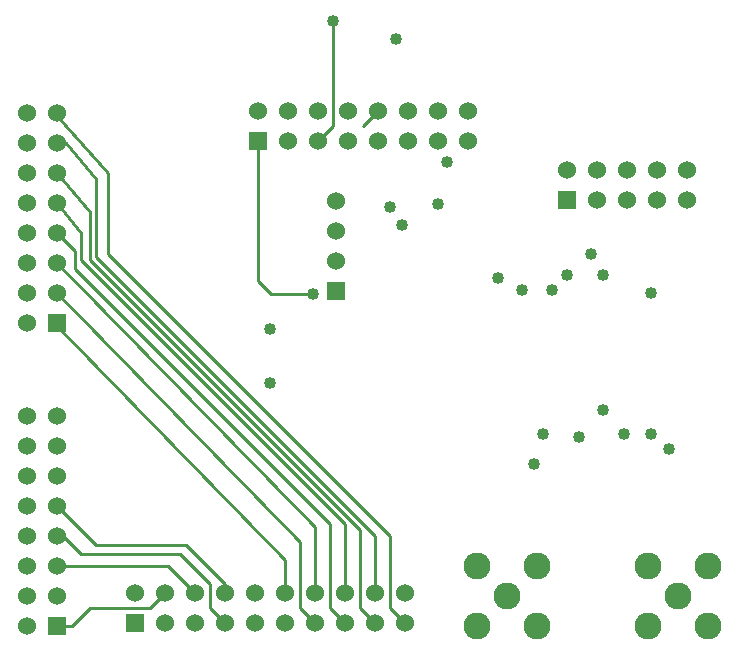
<source format=gbr>
G04 start of page 5 for group 3 idx 2
G04 Title: TX Daughterboard, Vcc-sldr *
G04 Creator: pcb 20070208 *
G04 CreationDate: Mon Dec 24 21:52:14 2007 UTC *
G04 For: matt *
G04 Format: Gerber/RS-274X *
G04 PCB-Dimensions: 275000 250000 *
G04 PCB-Coordinate-Origin: lower left *
%MOIN*%
%FSLAX24Y24*%
%LNGROUP3*%
%ADD11C,0.0100*%
%ADD13C,0.0600*%
%ADD14R,0.0600X0.0600*%
%ADD15C,0.0900*%
%ADD16C,0.0400*%
%ADD18C,0.0560*%
%ADD19C,0.1280*%
%ADD20C,0.0200*%
G54D11*X12600Y18350D02*X12100Y17850D01*
X10600Y17350D02*X11100Y17850D01*
X8600Y17350D02*Y15150D01*
X11100Y17850D02*Y21350D01*
X8600Y15550D02*Y12700D01*
X1900Y14300D02*X2500Y13700D01*
X2700Y14300D02*X1900Y15300D01*
X3000Y13400D02*Y15000D01*
X3200Y13500D02*Y16100D01*
X2500Y13700D02*Y13100D01*
X2700Y13400D02*Y14300D01*
X3000Y15000D02*X1900Y16300D01*
X3200Y16100D02*X2200Y17300D01*
X1900Y17100D01*
X3600Y13600D02*Y16300D01*
X1900Y18200D01*
Y18100D01*
X5500Y2300D02*X5000Y1800D01*
X3000D01*
X2400Y1200D01*
X1900D01*
X5600Y3200D02*X1900D01*
X6000Y3600D02*X2700D01*
X6200Y3900D02*X3200D01*
X1900Y5200D01*
X2700Y3600D02*X2100Y4200D01*
X1900D01*
X6500Y2300D02*X5600Y3200D01*
X7000Y2600D02*X6000Y3600D01*
X7500Y2600D02*X6200Y3900D01*
X9500Y2300D02*Y3400D01*
X7500Y1300D02*X7000Y1800D01*
Y2600D01*
X7500Y2300D02*Y2600D01*
X10500Y1300D02*X10000Y1800D01*
Y4000D01*
X10500Y2300D02*Y4500D01*
X11500Y1300D02*X11000Y1800D01*
Y4600D01*
X11500Y2300D02*Y4600D01*
X12500Y1300D02*X12000Y1800D01*
Y4400D01*
X12500Y2300D02*Y4200D01*
X13500Y1300D02*X13000Y1800D01*
Y4200D01*
X9500Y3400D02*X1800Y11300D01*
X10000Y4000D02*X1900Y12300D01*
X10500Y4500D02*X1900Y13300D01*
X11500Y4600D02*X2700Y13400D01*
X12000Y4400D02*X3000Y13400D01*
X12500Y4200D02*X3200Y13500D01*
X11000Y4600D02*X2500Y13100D01*
X13000Y4200D02*X3600Y13600D01*
X8600Y12700D02*X9050Y12250D01*
X10450D01*
G54D13*X1900Y3200D03*
X900D03*
X1900Y4200D03*
X900D03*
G54D14*X1900Y1200D03*
G54D13*X900D03*
X1900Y2200D03*
X900D03*
X1900Y5200D03*
X900D03*
Y6200D03*
Y7200D03*
Y8200D03*
G54D14*X1900Y11300D03*
G54D13*Y12300D03*
Y13300D03*
Y14300D03*
Y15300D03*
Y16300D03*
X900Y11300D03*
Y12300D03*
Y13300D03*
Y14300D03*
Y15300D03*
Y16300D03*
X1900Y17300D03*
X900D03*
X1900Y18300D03*
X900D03*
X11200Y13350D03*
Y14350D03*
Y15350D03*
G54D14*X8600Y17350D03*
G54D13*Y18350D03*
X9600Y17350D03*
X10600D03*
X11600D03*
X9600Y18350D03*
X10600D03*
X11600D03*
X12600Y17350D03*
X13600D03*
X14600D03*
X15600D03*
X12600Y18350D03*
X13600D03*
X14600D03*
X15600D03*
X1900Y6200D03*
Y7200D03*
Y8200D03*
G54D14*X11200Y12350D03*
X18900Y15400D03*
G54D13*Y16400D03*
X19900Y15400D03*
Y16400D03*
X20900Y15400D03*
X21900D03*
X22900D03*
X20900Y16400D03*
X21900D03*
X22900D03*
G54D15*X16900Y2200D03*
X15900Y1200D03*
Y3200D03*
X17900Y1200D03*
X22600Y2200D03*
X21600Y1200D03*
X23600D03*
X17900Y3200D03*
X21600D03*
X23600D03*
G54D14*X4500Y1300D03*
G54D13*Y2300D03*
X5500Y1300D03*
Y2300D03*
X6500Y1300D03*
Y2300D03*
X7500Y1300D03*
Y2300D03*
X8500Y1300D03*
Y2300D03*
X9500Y1300D03*
X10500D03*
X11500D03*
X12500D03*
X13500D03*
X9500Y2300D03*
X10500D03*
X11500D03*
X12500D03*
X13500D03*
G54D16*X13200Y20750D03*
X11100Y21350D03*
X9000Y11100D03*
Y9300D03*
X10450Y12250D03*
X14900Y16650D03*
X14600Y15250D03*
X13000Y15150D03*
X13400Y14550D03*
X17400Y12400D03*
X18400D03*
X16600Y12800D03*
X18900Y12900D03*
X20100D03*
X19700Y13600D03*
X21700Y12300D03*
Y7600D03*
X19300Y7500D03*
X20800Y7600D03*
X18100D03*
X17800Y6600D03*
X22300Y7100D03*
X20100Y8400D03*
G54D18*G54D16*G54D13*G54D16*G54D19*G54D20*G54D19*G54D20*G54D19*G54D20*G54D19*G54D20*M02*

</source>
